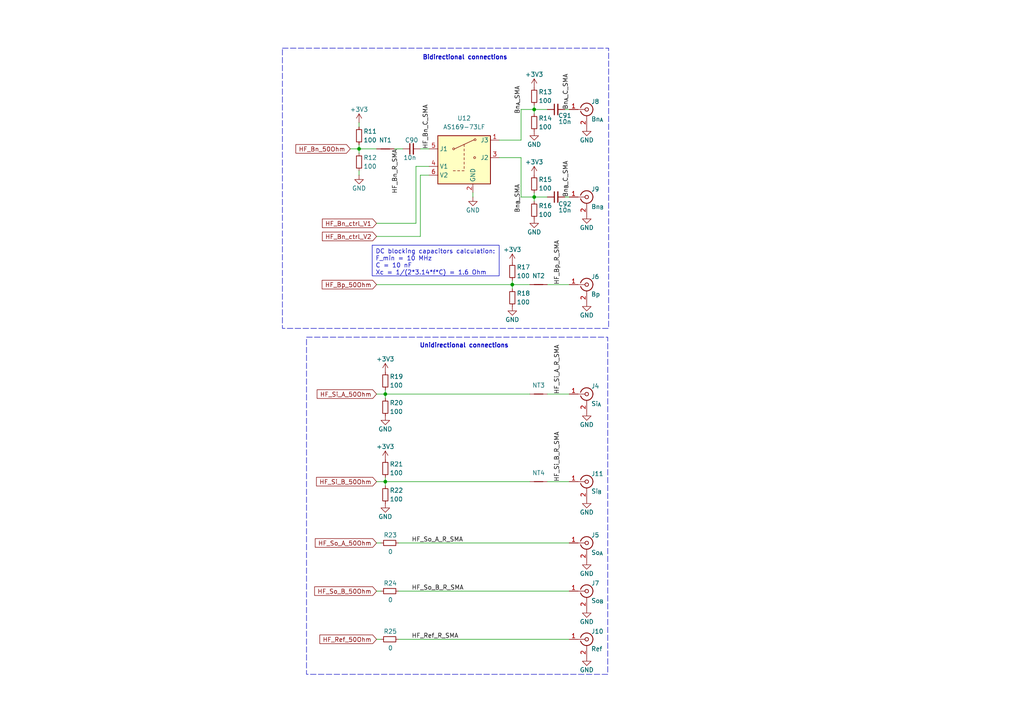
<source format=kicad_sch>
(kicad_sch (version 20231120) (generator "eeschema") (generator_version "8.0")
  (paper "A4")
  (title_block (title "CPArti: Artix-7 FPGA Development Board") (date "2024-08-22") (rev "1.0"))
  (lib_symbols
    (symbol "AAWO_lib:AS169-73LF"
      (property "Reference" "U" (at -7.62 7.62 0))
      (property "Value" "AS169-73LF" (at 2.54 7.62 0))
      (symbol "AS169-73LF_1_1"
        (rectangle (start -7.62 6.35) (end 7.62 -7.62) (stroke (width 0.254)) (fill (type background)))
        (circle (center -3.048 2.54) (radius 0.2794))
        (polyline (pts (xy -3.175 -3.81) (xy -2.54 -3.81)))
        (polyline (pts (xy -2.794 2.54) (xy 2.921 5.207)))
        (polyline (pts (xy -1.905 -3.81) (xy -1.27 -3.81)))
        (polyline (pts (xy -0.635 -3.81) (xy 0 -3.81)))
        (polyline (pts (xy 0 -3.175) (xy 0 -2.54)))
        (polyline (pts (xy 0 -1.905) (xy 0 -1.27)))
        (polyline (pts (xy 0 -0.635) (xy 0 0)))
        (polyline (pts (xy 0 0.635) (xy 0 1.27)))
        (polyline (pts (xy 0 1.905) (xy 0 2.54)))
        (polyline (pts (xy 0 3.175) (xy 0 3.81)))
        (circle (center 3.048 0) (radius 0.2794))
        (circle (center 3.175 5.207) (radius 0.2794))
        (pin passive line (at 10.16 5.08 180) (length 2.54) (name "J3") (number "1"))
        (pin power_in line (at 2.54 -10.16 90) (length 2.54) (name "GND") (number "2"))
        (pin passive line (at 10.16 0 180) (length 2.54) (name "J2") (number "3"))
        (pin input line (at -10.16 -2.54 0) (length 2.54) (name "V1") (number "4"))
        (pin passive line (at -10.16 2.54 0) (length 2.54) (name "J1") (number "5"))
        (pin input line (at -10.16 -5.08 0) (length 2.54) (name "V2") (number "6"))
      )
    )
    (symbol "Conn_Coaxial_1" (pin_names (offset 1.016) hide)
      (property "Reference" "J" (at 0.254 3.048 0))
      (property "Value" "Conn_Coaxial" (at 2.921 0 90))
      (symbol "Conn_Coaxial_1_0_1"
        (arc (start -1.778 -0.508) (mid 0.2311 -1.8066) (end 1.778 0) (stroke (width 0.254)))
        (polyline (pts (xy -2.54 0) (xy -0.508 0)))
        (polyline (pts (xy 0 -2.54) (xy 0 -1.778)))
        (circle (center 0 0) (radius 0.508) (stroke (width 0.2032)))
        (arc (start 1.778 0) (mid 0.2099 1.8101) (end -1.778 0.508) (stroke (width 0.254)))
      )
      (symbol "Conn_Coaxial_1_1_1"
        (pin passive line (at -5.08 0 0) (length 2.54) (name "In") (number "1"))
        (pin passive line (at 0 -5.08 90) (length 2.54) (name "Ext") (number "2"))
      )
    )
    (symbol "Device:C_Small" (pin_numbers hide) (pin_names (offset 0.254) hide)
      (property "Reference" "C" (at 0.254 1.778 0))
      (property "Value" "C_Small" (at 0.254 -2.032 0))
      (symbol "C_Small_0_1"
        (polyline (pts (xy -1.524 -0.508) (xy 1.524 -0.508)) (stroke (width 0.3302)))
        (polyline (pts (xy -1.524 0.508) (xy 1.524 0.508)) (stroke (width 0.3048)))
      )
      (symbol "C_Small_1_1"
        (pin passive line (at 0 2.54 270) (length 2.032) (name "~") (number "1"))
        (pin passive line (at 0 -2.54 90) (length 2.032) (name "~") (number "2"))
      )
    )
    (symbol "Device:NetTie_2" (pin_numbers hide) (pin_names (offset 0) hide) (in_bom no)
      (property "Reference" "NT" (at 0 1.27 0))
      (property "Value" "NetTie_2" (at 0 -1.27 0))
      (symbol "NetTie_2_0_1"
        (polyline (pts (xy -1.27 0) (xy 1.27 0)) (stroke (width 0.254)))
      )
      (symbol "NetTie_2_1_1"
        (pin passive line (at -2.54 0 0) (length 2.54) (name "1") (number "1"))
        (pin passive line (at 2.54 0 180) (length 2.54) (name "2") (number "2"))
      )
    )
    (symbol "Device:R_Small" (pin_numbers hide) (pin_names (offset 0.254) hide)
      (property "Reference" "R" (at 0.762 0.508 0))
      (property "Value" "R_Small" (at 0.762 -1.016 0))
      (symbol "R_Small_0_1"
        (rectangle (start -0.762 1.778) (end 0.762 -1.778) (stroke (width 0.2032)))
      )
      (symbol "R_Small_1_1"
        (pin passive line (at 0 2.54 270) (length 0.762) (name "~") (number "1"))
        (pin passive line (at 0 -2.54 90) (length 0.762) (name "~") (number "2"))
      )
    )
    (symbol "power:+3V3" (power) (pin_numbers hide) (pin_names (offset 0) hide)
      (property "Value" "+3V3" (at 0 3.556 0))
      (symbol "+3V3_0_1"
        (polyline (pts (xy -0.762 1.27) (xy 0 2.54)))
        (polyline (pts (xy 0 0) (xy 0 2.54)))
        (polyline (pts (xy 0 2.54) (xy 0.762 1.27)))
      )
      (symbol "+3V3_1_1"
        (pin power_in line (at 0 0 90) (length 0) (name "~") (number "1"))
      )
    )
    (symbol "power:GND" (power) (pin_numbers hide) (pin_names (offset 0) hide)
      (property "Value" "GND" (at 0 -3.81 0))
      (symbol "GND_0_1"
        (polyline (pts (xy 0 0) (xy 0 -1.27) (xy 1.27 -1.27) (xy 0 -2.54) (xy -1.27 -1.27) (xy 0 -1.27)))
      )
      (symbol "GND_1_1"
        (pin power_in line (at 0 0 270) (length 0) (name "~") (number "1"))
      )
    )
  )
  (junction (at 111.76 114.3))
  (junction (at 154.94 31.75))
  (junction (at 148.59 82.55))
  (junction (at 111.76 139.7))
  (junction (at 104.14 43.18))
  (junction (at 154.94 57.15))
  (wire (pts (xy 148.59 82.55) (xy 153.67 82.55)))
  (wire (pts (xy 115.57 171.45) (xy 165.1 171.45)))
  (wire (pts (xy 115.57 157.48) (xy 165.1 157.48)))
  (wire (pts (xy 120.65 64.77) (xy 120.65 48.26)))
  (wire (pts (xy 151.13 45.72) (xy 151.13 57.15)))
  (wire (pts (xy 151.13 31.75) (xy 154.94 31.75)))
  (wire (pts (xy 120.65 48.26) (xy 124.46 48.26)))
  (wire (pts (xy 163.83 31.75) (xy 165.1 31.75)))
  (wire (pts (xy 154.94 55.88) (xy 154.94 57.15)))
  (wire (pts (xy 109.22 185.42) (xy 110.49 185.42)))
  (wire (pts (xy 104.14 49.53) (xy 104.14 50.8)))
  (wire (pts (xy 154.94 30.48) (xy 154.94 31.75)))
  (wire (pts (xy 151.13 57.15) (xy 154.94 57.15)))
  (wire (pts (xy 111.76 114.3) (xy 153.67 114.3)))
  (wire (pts (xy 158.75 114.3) (xy 165.1 114.3)))
  (wire (pts (xy 109.22 171.45) (xy 110.49 171.45)))
  (wire (pts (xy 154.94 57.15) (xy 154.94 58.42)))
  (wire (pts (xy 154.94 31.75) (xy 154.94 33.02)))
  (wire (pts (xy 109.22 114.3) (xy 111.76 114.3)))
  (wire (pts (xy 111.76 139.7) (xy 111.76 140.97)))
  (wire (pts (xy 109.22 157.48) (xy 110.49 157.48)))
  (wire (pts (xy 111.76 138.43) (xy 111.76 139.7)))
  (wire (pts (xy 111.76 139.7) (xy 153.67 139.7)))
  (wire (pts (xy 137.16 55.88) (xy 137.16 57.15)))
  (wire (pts (xy 114.3 43.18) (xy 116.84 43.18)))
  (wire (pts (xy 163.83 57.15) (xy 165.1 57.15)))
  (wire (pts (xy 109.22 64.77) (xy 120.65 64.77)))
  (wire (pts (xy 104.14 43.18) (xy 109.22 43.18)))
  (wire (pts (xy 144.78 40.64) (xy 151.13 40.64)))
  (wire (pts (xy 144.78 45.72) (xy 151.13 45.72)))
  (wire (pts (xy 121.92 50.8) (xy 124.46 50.8)))
  (wire (pts (xy 121.92 68.58) (xy 121.92 50.8)))
  (wire (pts (xy 101.6 43.18) (xy 104.14 43.18)))
  (wire (pts (xy 154.94 31.75) (xy 158.75 31.75)))
  (wire (pts (xy 109.22 82.55) (xy 148.59 82.55)))
  (wire (pts (xy 109.22 139.7) (xy 111.76 139.7)))
  (wire (pts (xy 111.76 114.3) (xy 111.76 115.57)))
  (wire (pts (xy 148.59 82.55) (xy 148.59 83.82)))
  (wire (pts (xy 151.13 31.75) (xy 151.13 40.64)))
  (wire (pts (xy 111.76 113.03) (xy 111.76 114.3)))
  (wire (pts (xy 104.14 35.56) (xy 104.14 36.83)))
  (wire (pts (xy 154.94 57.15) (xy 158.75 57.15)))
  (wire (pts (xy 109.22 68.58) (xy 121.92 68.58)))
  (wire (pts (xy 148.59 81.28) (xy 148.59 82.55)))
  (wire (pts (xy 121.92 43.18) (xy 124.46 43.18)))
  (wire (pts (xy 104.14 41.91) (xy 104.14 43.18)))
  (wire (pts (xy 158.75 82.55) (xy 165.1 82.55)))
  (wire (pts (xy 158.75 139.7) (xy 165.1 139.7)))
  (wire (pts (xy 115.57 185.42) (xy 165.1 185.42)))
  (wire (pts (xy 104.14 43.18) (xy 104.14 44.45)))
  (rectangle (start 81.915 13.97) (end 176.53 95.25) (stroke (width 0) (type dash)))
  (rectangle (start 88.9 97.79) (end 176.276 195.58) (stroke (width 0) (type dash)))
  (text_box "DC blocking capacitors calculation:\nF_min = 10 MHz\nC = 10 nF\nXc = 1/(2*3.14*f*C) = 1.6 Ohm" (at 107.95 71.12 0) (size 36.83 8.89) (effects (font (size 1.27 1.27)) (justify left top)))
  (text "Bidirectional connections" (at 134.874 16.764 0) (effects (font (size 1.27 1.27) (thickness 0.254) (bold yes))))
  (text "Unidirectional connections" (at 134.62 100.33 0) (effects (font (size 1.27 1.27) (thickness 0.254) (bold yes))))
  (label "HF_So_A_R_SMA" (at 119.38 157.48 0))
  (label "HF_Si_B_R_SMA" (at 162.56 139.7 90))
  (label "HF_Ref_R_SMA" (at 119.38 185.42 0))
  (label "HF_Bp_R_SMA" (at 162.56 82.55 90))
  (label "Bn_{B}_SMA" (at 151.13 53.34 270))
  (label "Bn_{A}_C_SMA" (at 165.1 31.75 90))
  (label "HF_Bn_R_SMA" (at 115.57 43.18 270))
  (label "Bn_{B}_C_SMA" (at 165.1 57.15 90))
  (label "HF_Bn_C_SMA" (at 124.46 43.18 90))
  (label "Bn_{A}_SMA" (at 151.13 33.02 90))
  (label "HF_So_B_R_SMA" (at 119.38 171.45 0))
  (label "HF_Si_A_R_SMA" (at 162.56 114.3 90))
  (global_label "HF_Bn_ctrl_V2" (shape input) (at 109.22 68.58 180) (property "Intersheetrefs" "${INTERSHEET_REFS}" (effects (hide yes))))
  (global_label "HF_Bn_50Ohm" (shape input) (at 101.6 43.18 180) (property "Intersheetrefs" "${INTERSHEET_REFS}" (effects (hide yes))))
  (global_label "HF_Bn_ctrl_V1" (shape input) (at 109.22 64.77 180) (property "Intersheetrefs" "${INTERSHEET_REFS}" (effects (hide yes))))
  (global_label "HF_So_B_50Ohm" (shape input) (at 109.22 171.45 180) (property "Intersheetrefs" "${INTERSHEET_REFS}" (effects (hide yes))))
  (global_label "HF_Bp_50Ohm" (shape input) (at 109.22 82.55 180) (property "Intersheetrefs" "${INTERSHEET_REFS}" (effects (hide yes))))
  (global_label "HF_Si_A_50Ohm" (shape input) (at 109.22 114.3 180) (property "Intersheetrefs" "${INTERSHEET_REFS}" (effects (hide yes))))
  (global_label "HF_So_A_50Ohm" (shape input) (at 109.22 157.48 180) (property "Intersheetrefs" "${INTERSHEET_REFS}" (effects (hide yes))))
  (global_label "HF_Si_B_50Ohm" (shape input) (at 109.22 139.7 180) (property "Intersheetrefs" "${INTERSHEET_REFS}" (effects (hide yes))))
  (global_label "HF_Ref_50Ohm" (shape input) (at 109.22 185.42 180) (property "Intersheetrefs" "${INTERSHEET_REFS}" (effects (hide yes))))
  (symbol (lib_id "Device:R_Small") (at 154.94 53.34 0) (unit 1)
    (property "Reference" "R15" (at 156.21 52.07 0) (effects (justify left)))
    (property "Value" "100" (at 156.21 54.61 0) (effects (justify left)))
    (property "Footprint" "Resistor_SMD:R_0402_1005Metric" (effects (hide yes)))
    (property "Description" "Resistor, small symbol" (effects (hide yes)))
    (property "LCSC" "C25076" (effects (hide yes)))
  )
  (symbol (lib_id "Device:R_Small") (at 111.76 135.89 0) (unit 1)
    (property "Reference" "R21" (at 113.03 134.62 0) (effects (justify left)))
    (property "Value" "100" (at 113.03 137.16 0) (effects (justify left)))
    (property "Footprint" "Resistor_SMD:R_0402_1005Metric" (effects (hide yes)))
    (property "Description" "Resistor, small symbol" (effects (hide yes)))
    (property "LCSC" "C25076" (effects (hide yes)))
  )
  (symbol (lib_id "Device:NetTie_2") (at 156.21 82.55 0) (unit 1) (in_bom no)
    (property "Reference" "NT2" (at 156.21 80.01 0))
    (property "Value" "NetTie_2" (effects (hide yes)))
    (property "Footprint" "AAWO_lib:NetTie-2_SMD_Pad0.2355mm" (effects (hide yes)))
    (property "Description" "Net tie, 2 pins" (effects (hide yes)))
  )
  (symbol (lib_id "Device:R_Small") (at 104.14 39.37 0) (unit 1)
    (property "Reference" "R11" (at 105.41 38.1 0) (effects (justify left)))
    (property "Value" "100" (at 105.41 40.64 0) (effects (justify left)))
    (property "Footprint" "Resistor_SMD:R_0402_1005Metric" (effects (hide yes)))
    (property "Description" "Resistor, small symbol" (effects (hide yes)))
    (property "LCSC" "C25076" (effects (hide yes)))
  )
  (symbol (lib_name "Conn_Coaxial_1") (lib_id "Connector:Conn_Coaxial") (at 170.18 57.15 0) (unit 1)
    (property "Reference" "J9" (at 171.45 54.864 0) (effects (justify left)))
    (property "Value" "Bn_{B}" (at 171.45 59.944 0) (effects (justify left)))
    (property "Footprint" "Connector_Coaxial:SMA_Samtec_SMA-J-P-H-ST-EM1_EdgeMount" (effects (hide yes)))
    (property "Description" "coaxial connector (BNC, SMA, SMB, SMC, Cinch/RCA, LEMO, ...)" (effects (hide yes)))
  )
  (symbol (lib_id "power:+3V3") (at 148.59 76.2 0) (unit 1)
    (property "Reference" "#PWR0160" (effects (hide yes)))
    (property "Value" "+3V3" (at 148.59 72.39 0))
    (property "Description" "Power symbol creates a global label with name \"+3V3\"" (effects (hide yes)))
  )
  (symbol (lib_id "power:+3V3") (at 111.76 133.35 0) (unit 1)
    (property "Reference" "#PWR0300" (effects (hide yes)))
    (property "Value" "+3V3" (at 111.76 129.54 0))
    (property "Description" "Power symbol creates a global label with name \"+3V3\"" (effects (hide yes)))
  )
  (symbol (lib_id "power:+3V3") (at 154.94 25.4 0) (unit 1)
    (property "Reference" "#PWR054" (effects (hide yes)))
    (property "Value" "+3V3" (at 154.94 21.59 0))
    (property "Description" "Power symbol creates a global label with name \"+3V3\"" (effects (hide yes)))
  )
  (symbol (lib_id "power:GND") (at 170.18 162.56 0) (unit 1)
    (property "Reference" "#PWR0190" (effects (hide yes)))
    (property "Value" "GND" (at 170.18 166.37 0))
    (property "Description" "Power symbol creates a global label with name \"GND\" , ground" (effects (hide yes)))
  )
  (symbol (lib_id "Device:R_Small") (at 111.76 118.11 0) (unit 1)
    (property "Reference" "R20" (at 113.03 116.84 0) (effects (justify left)))
    (property "Value" "100" (at 113.03 119.38 0) (effects (justify left)))
    (property "Footprint" "Resistor_SMD:R_0402_1005Metric" (effects (hide yes)))
    (property "Description" "Resistor, small symbol" (effects (hide yes)))
    (property "LCSC" "C25076" (effects (hide yes)))
  )
  (symbol (lib_id "Device:R_Small") (at 154.94 35.56 0) (unit 1)
    (property "Reference" "R14" (at 156.21 34.29 0) (effects (justify left)))
    (property "Value" "100" (at 156.21 36.83 0) (effects (justify left)))
    (property "Footprint" "Resistor_SMD:R_0402_1005Metric" (effects (hide yes)))
    (property "Description" "Resistor, small symbol" (effects (hide yes)))
    (property "LCSC" "C25076" (effects (hide yes)))
  )
  (symbol (lib_id "Device:R_Small") (at 148.59 86.36 0) (unit 1)
    (property "Reference" "R18" (at 149.86 85.09 0) (effects (justify left)))
    (property "Value" "100" (at 149.86 87.63 0) (effects (justify left)))
    (property "Footprint" "Resistor_SMD:R_0402_1005Metric" (effects (hide yes)))
    (property "Description" "Resistor, small symbol" (effects (hide yes)))
    (property "LCSC" "C25076" (effects (hide yes)))
  )
  (symbol (lib_id "Device:R_Small") (at 111.76 143.51 0) (unit 1)
    (property "Reference" "R22" (at 113.03 142.24 0) (effects (justify left)))
    (property "Value" "100" (at 113.03 144.78 0) (effects (justify left)))
    (property "Footprint" "Resistor_SMD:R_0402_1005Metric" (effects (hide yes)))
    (property "Description" "Resistor, small symbol" (effects (hide yes)))
    (property "LCSC" "C25076" (effects (hide yes)))
  )
  (symbol (lib_id "power:+3V3") (at 104.14 35.56 0) (unit 1)
    (property "Reference" "#PWR028" (effects (hide yes)))
    (property "Value" "+3V3" (at 104.14 31.75 0))
    (property "Description" "Power symbol creates a global label with name \"+3V3\"" (effects (hide yes)))
  )
  (symbol (lib_id "Device:R_Small") (at 148.59 78.74 0) (unit 1)
    (property "Reference" "R17" (at 149.86 77.47 0) (effects (justify left)))
    (property "Value" "100" (at 149.86 80.01 0) (effects (justify left)))
    (property "Footprint" "Resistor_SMD:R_0402_1005Metric" (effects (hide yes)))
    (property "Description" "Resistor, small symbol" (effects (hide yes)))
    (property "LCSC" "C25076" (effects (hide yes)))
  )
  (symbol (lib_id "power:GND") (at 170.18 176.53 0) (unit 1)
    (property "Reference" "#PWR0192" (effects (hide yes)))
    (property "Value" "GND" (at 170.18 180.34 0))
    (property "Description" "Power symbol creates a global label with name \"GND\" , ground" (effects (hide yes)))
  )
  (symbol (lib_id "power:GND") (at 154.94 38.1 0) (unit 1)
    (property "Reference" "#PWR055" (effects (hide yes)))
    (property "Value" "GND" (at 154.94 41.91 0))
    (property "Description" "Power symbol creates a global label with name \"GND\" , ground" (effects (hide yes)))
  )
  (symbol (lib_id "Device:C_Small") (at 161.29 57.15 90) (unit 1)
    (property "Reference" "C92" (at 163.83 59.182 90))
    (property "Value" "10n" (at 163.83 60.96 90))
    (property "Footprint" "Capacitor_SMD:C_0402_1005Metric" (effects (hide yes)))
    (property "Description" "Unpolarized capacitor, small symbol" (effects (hide yes)))
    (property "LCSC" "C15195" (effects (hide yes)))
  )
  (symbol (lib_id "power:GND") (at 137.16 57.15 0) (unit 1)
    (property "Reference" "#PWR0138" (effects (hide yes)))
    (property "Value" "GND" (at 137.16 60.96 0))
    (property "Description" "Power symbol creates a global label with name \"GND\" , ground" (effects (hide yes)))
  )
  (symbol (lib_id "power:GND") (at 148.59 88.9 0) (unit 1)
    (property "Reference" "#PWR0157" (effects (hide yes)))
    (property "Value" "GND" (at 148.59 92.71 0))
    (property "Description" "Power symbol creates a global label with name \"GND\" , ground" (effects (hide yes)))
  )
  (symbol (lib_id "AAWO_lib:AS169-73LF") (at 134.62 45.72 0) (unit 1)
    (property "Reference" "U12" (at 134.62 34.29 0))
    (property "Value" "AS169-73LF" (at 134.62 36.83 0))
    (property "Footprint" "Package_TO_SOT_SMD:SOT-23-6" (effects (hide yes)))
    (property "Datasheet" "https://www.skyworksinc.com/-/media/SkyWorks/Documents/Products/1-100/AS169_200105E.pdf" (effects (hide yes)))
    (property "Description" "300 kHz to 2.5 GHz GaAs SPDT Switch, SC-70" (effects (hide yes)))
    (property "LCSC" "C133314" (effects (hide yes)))
  )
  (symbol (lib_id "power:+3V3") (at 111.76 107.95 0) (unit 1)
    (property "Reference" "#PWR0153" (effects (hide yes)))
    (property "Value" "+3V3" (at 111.76 104.14 0))
    (property "Description" "Power symbol creates a global label with name \"+3V3\"" (effects (hide yes)))
  )
  (symbol (lib_id "Device:R_Small") (at 113.03 171.45 270) (unit 1)
    (property "Reference" "R24" (at 111.252 169.164 90) (effects (justify left)))
    (property "Value" "0" (at 112.522 173.99 90) (effects (justify left)))
    (property "Footprint" "Resistor_SMD:R_0402_1005Metric" (effects (hide yes)))
    (property "Description" "Resistor, small symbol" (effects (hide yes)))
    (property "LCSC" "C17168" (effects (hide yes)))
  )
  (symbol (lib_id "Device:NetTie_2") (at 156.21 139.7 0) (unit 1) (in_bom no)
    (property "Reference" "NT4" (at 156.21 137.16 0))
    (property "Value" "NetTie_2" (effects (hide yes)))
    (property "Footprint" "AAWO_lib:NetTie-2_SMD_Pad0.2355mm" (effects (hide yes)))
    (property "Description" "Net tie, 2 pins" (effects (hide yes)))
  )
  (symbol (lib_name "Conn_Coaxial_1") (lib_id "Connector:Conn_Coaxial") (at 170.18 157.48 0) (unit 1)
    (property "Reference" "J5" (at 171.45 155.194 0) (effects (justify left)))
    (property "Value" "So_{A}" (at 171.45 160.274 0) (effects (justify left)))
    (property "Footprint" "Connector_Coaxial:SMA_Samtec_SMA-J-P-H-ST-EM1_EdgeMount" (effects (hide yes)))
    (property "Description" "coaxial connector (BNC, SMA, SMB, SMC, Cinch/RCA, LEMO, ...)" (effects (hide yes)))
  )
  (symbol (lib_id "power:GND") (at 170.18 62.23 0) (unit 1)
    (property "Reference" "#PWR0137" (effects (hide yes)))
    (property "Value" "GND" (at 170.18 66.04 0))
    (property "Description" "Power symbol creates a global label with name \"GND\" , ground" (effects (hide yes)))
  )
  (symbol (lib_id "power:GND") (at 170.18 119.38 0) (unit 1)
    (property "Reference" "#PWR0187" (effects (hide yes)))
    (property "Value" "GND" (at 170.18 123.19 0))
    (property "Description" "Power symbol creates a global label with name \"GND\" , ground" (effects (hide yes)))
  )
  (symbol (lib_id "Device:R_Small") (at 111.76 110.49 0) (unit 1)
    (property "Reference" "R19" (at 113.03 109.22 0) (effects (justify left)))
    (property "Value" "100" (at 113.03 111.76 0) (effects (justify left)))
    (property "Footprint" "Resistor_SMD:R_0402_1005Metric" (effects (hide yes)))
    (property "Description" "Resistor, small symbol" (effects (hide yes)))
    (property "LCSC" "C25076" (effects (hide yes)))
  )
  (symbol (lib_id "power:GND") (at 111.76 146.05 0) (unit 1)
    (property "Reference" "#PWR0301" (effects (hide yes)))
    (property "Value" "GND" (at 111.76 149.86 0))
    (property "Description" "Power symbol creates a global label with name \"GND\" , ground" (effects (hide yes)))
  )
  (symbol (lib_id "Device:NetTie_2") (at 111.76 43.18 0) (unit 1) (in_bom no)
    (property "Reference" "NT1" (at 111.76 40.64 0))
    (property "Value" "NetTie_2" (effects (hide yes)))
    (property "Footprint" "AAWO_lib:NetTie-2_SMD_Pad0.2355mm" (effects (hide yes)))
    (property "Description" "Net tie, 2 pins" (effects (hide yes)))
  )
  (symbol (lib_id "Device:R_Small") (at 154.94 60.96 0) (unit 1)
    (property "Reference" "R16" (at 156.21 59.69 0) (effects (justify left)))
    (property "Value" "100" (at 156.21 62.23 0) (effects (justify left)))
    (property "Footprint" "Resistor_SMD:R_0402_1005Metric" (effects (hide yes)))
    (property "Description" "Resistor, small symbol" (effects (hide yes)))
    (property "LCSC" "C25076" (effects (hide yes)))
  )
  (symbol (lib_id "Device:R_Small") (at 113.03 185.42 270) (unit 1)
    (property "Reference" "R25" (at 111.252 183.134 90) (effects (justify left)))
    (property "Value" "0" (at 112.522 187.96 90) (effects (justify left)))
    (property "Footprint" "Resistor_SMD:R_0402_1005Metric" (effects (hide yes)))
    (property "Description" "Resistor, small symbol" (effects (hide yes)))
    (property "LCSC" "C17168" (effects (hide yes)))
  )
  (symbol (lib_id "Device:R_Small") (at 154.94 27.94 0) (unit 1)
    (property "Reference" "R13" (at 156.21 26.67 0) (effects (justify left)))
    (property "Value" "100" (at 156.21 29.21 0) (effects (justify left)))
    (property "Footprint" "Resistor_SMD:R_0402_1005Metric" (effects (hide yes)))
    (property "Description" "Resistor, small symbol" (effects (hide yes)))
    (property "LCSC" "C25076" (effects (hide yes)))
  )
  (symbol (lib_name "Conn_Coaxial_1") (lib_id "Connector:Conn_Coaxial") (at 170.18 139.7 0) (unit 1)
    (property "Reference" "J11" (at 171.45 137.414 0) (effects (justify left)))
    (property "Value" "Si_{B}" (at 171.45 142.494 0) (effects (justify left)))
    (property "Footprint" "Connector_Coaxial:SMA_Samtec_SMA-J-P-H-ST-EM1_EdgeMount" (effects (hide yes)))
    (property "Description" "coaxial connector (BNC, SMA, SMB, SMC, Cinch/RCA, LEMO, ...)" (effects (hide yes)))
  )
  (symbol (lib_id "Device:R_Small") (at 104.14 46.99 0) (unit 1)
    (property "Reference" "R12" (at 105.41 45.72 0) (effects (justify left)))
    (property "Value" "100" (at 105.41 48.26 0) (effects (justify left)))
    (property "Footprint" "Resistor_SMD:R_0402_1005Metric" (effects (hide yes)))
    (property "Description" "Resistor, small symbol" (effects (hide yes)))
    (property "LCSC" "C25076" (effects (hide yes)))
  )
  (symbol (lib_id "power:+3V3") (at 154.94 50.8 0) (unit 1)
    (property "Reference" "#PWR056" (effects (hide yes)))
    (property "Value" "+3V3" (at 154.94 46.99 0))
    (property "Description" "Power symbol creates a global label with name \"+3V3\"" (effects (hide yes)))
  )
  (symbol (lib_name "Conn_Coaxial_1") (lib_id "Connector:Conn_Coaxial") (at 170.18 171.45 0) (unit 1)
    (property "Reference" "J7" (at 171.45 169.164 0) (effects (justify left)))
    (property "Value" "So_{B}" (at 171.45 174.244 0) (effects (justify left)))
    (property "Footprint" "Connector_Coaxial:SMA_Samtec_SMA-J-P-H-ST-EM1_EdgeMount" (effects (hide yes)))
    (property "Description" "coaxial connector (BNC, SMA, SMB, SMC, Cinch/RCA, LEMO, ...)" (effects (hide yes)))
  )
  (symbol (lib_id "Device:C_Small") (at 119.38 43.18 90) (unit 1)
    (property "Reference" "C90" (at 119.38 40.64 90))
    (property "Value" "10n" (at 118.872 45.72 90))
    (property "Footprint" "Capacitor_SMD:C_0402_1005Metric" (effects (hide yes)))
    (property "Description" "Unpolarized capacitor, small symbol" (effects (hide yes)))
    (property "LCSC" "C15195" (effects (hide yes)))
  )
  (symbol (lib_id "power:GND") (at 111.76 120.65 0) (unit 1)
    (property "Reference" "#PWR0189" (effects (hide yes)))
    (property "Value" "GND" (at 111.76 124.46 0))
    (property "Description" "Power symbol creates a global label with name \"GND\" , ground" (effects (hide yes)))
  )
  (symbol (lib_name "Conn_Coaxial_1") (lib_id "Connector:Conn_Coaxial") (at 170.18 82.55 0) (unit 1)
    (property "Reference" "J6" (at 171.45 80.264 0) (effects (justify left)))
    (property "Value" "Bp" (at 171.45 85.344 0) (effects (justify left)))
    (property "Footprint" "Connector_Coaxial:SMA_Samtec_SMA-J-P-H-ST-EM1_EdgeMount" (effects (hide yes)))
    (property "Description" "coaxial connector (BNC, SMA, SMB, SMC, Cinch/RCA, LEMO, ...)" (effects (hide yes)))
  )
  (symbol (lib_id "power:GND") (at 170.18 36.83 0) (unit 1)
    (property "Reference" "#PWR0136" (effects (hide yes)))
    (property "Value" "GND" (at 170.18 40.64 0))
    (property "Description" "Power symbol creates a global label with name \"GND\" , ground" (effects (hide yes)))
  )
  (symbol (lib_id "Device:C_Small") (at 161.29 31.75 90) (unit 1)
    (property "Reference" "C91" (at 163.83 33.528 90))
    (property "Value" "10n" (at 163.83 35.306 90))
    (property "Footprint" "Capacitor_SMD:C_0402_1005Metric" (effects (hide yes)))
    (property "Description" "Unpolarized capacitor, small symbol" (effects (hide yes)))
    (property "LCSC" "C15195" (effects (hide yes)))
  )
  (symbol (lib_id "power:GND") (at 170.18 190.5 0) (unit 1)
    (property "Reference" "#PWR0191" (effects (hide yes)))
    (property "Value" "GND" (at 170.18 194.31 0))
    (property "Description" "Power symbol creates a global label with name \"GND\" , ground" (effects (hide yes)))
  )
  (symbol (lib_name "Conn_Coaxial_1") (lib_id "Connector:Conn_Coaxial") (at 170.18 114.3 0) (unit 1)
    (property "Reference" "J4" (at 171.45 112.014 0) (effects (justify left)))
    (property "Value" "Si_{A}" (at 171.45 117.094 0) (effects (justify left)))
    (property "Footprint" "Connector_Coaxial:SMA_Samtec_SMA-J-P-H-ST-EM1_EdgeMount" (effects (hide yes)))
    (property "Description" "coaxial connector (BNC, SMA, SMB, SMC, Cinch/RCA, LEMO, ...)" (effects (hide yes)))
  )
  (symbol (lib_id "Device:NetTie_2") (at 156.21 114.3 0) (unit 1) (in_bom no)
    (property "Reference" "NT3" (at 156.21 111.76 0))
    (property "Value" "NetTie_2" (effects (hide yes)))
    (property "Footprint" "AAWO_lib:NetTie-2_SMD_Pad0.2355mm" (effects (hide yes)))
    (property "Description" "Net tie, 2 pins" (effects (hide yes)))
  )
  (symbol (lib_id "power:GND") (at 154.94 63.5 0) (unit 1)
    (property "Reference" "#PWR0145" (effects (hide yes)))
    (property "Value" "GND" (at 154.94 67.31 0))
    (property "Description" "Power symbol creates a global label with name \"GND\" , ground" (effects (hide yes)))
  )
  (symbol (lib_id "power:GND") (at 170.18 144.78 0) (unit 1)
    (property "Reference" "#PWR0302" (effects (hide yes)))
    (property "Value" "GND" (at 170.18 148.59 0))
    (property "Description" "Power symbol creates a global label with name \"GND\" , ground" (effects (hide yes)))
  )
  (symbol (lib_id "Device:R_Small") (at 113.03 157.48 270) (unit 1)
    (property "Reference" "R23" (at 111.252 155.194 90) (effects (justify left)))
    (property "Value" "0" (at 112.522 160.02 90) (effects (justify left)))
    (property "Footprint" "Resistor_SMD:R_0402_1005Metric" (effects (hide yes)))
    (property "Description" "Resistor, small symbol" (effects (hide yes)))
    (property "LCSC" "C17168" (effects (hide yes)))
  )
  (symbol (lib_name "Conn_Coaxial_1") (lib_id "Connector:Conn_Coaxial") (at 170.18 31.75 0) (unit 1)
    (property "Reference" "J8" (at 171.45 29.464 0) (effects (justify left)))
    (property "Value" "Bn_{A}" (at 171.45 34.544 0) (effects (justify left)))
    (property "Footprint" "Connector_Coaxial:SMA_Samtec_SMA-J-P-H-ST-EM1_EdgeMount" (effects (hide yes)))
    (property "Description" "coaxial connector (BNC, SMA, SMB, SMC, Cinch/RCA, LEMO, ...)" (effects (hide yes)))
  )
  (symbol (lib_name "Conn_Coaxial_1") (lib_id "Connector:Conn_Coaxial") (at 170.18 185.42 0) (unit 1)
    (property "Reference" "J10" (at 171.45 183.134 0) (effects (justify left)))
    (property "Value" "Ref" (at 171.45 188.214 0) (effects (justify left)))
    (property "Footprint" "Connector_Coaxial:SMA_Samtec_SMA-J-P-H-ST-EM1_EdgeMount" (effects (hide yes)))
    (property "Description" "coaxial connector (BNC, SMA, SMB, SMC, Cinch/RCA, LEMO, ...)" (effects (hide yes)))
  )
  (symbol (lib_id "power:GND") (at 170.18 87.63 0) (unit 1)
    (property "Reference" "#PWR0149" (effects (hide yes)))
    (property "Value" "GND" (at 170.18 91.44 0))
    (property "Description" "Power symbol creates a global label with name \"GND\" , ground" (effects (hide yes)))
  )
  (symbol (lib_id "power:GND") (at 104.14 50.8 0) (unit 1)
    (property "Reference" "#PWR0163" (effects (hide yes)))
    (property "Value" "GND" (at 104.14 54.61 0))
    (property "Description" "Power symbol creates a global label with name \"GND\" , ground" (effects (hide yes)))
  )
)
</source>
